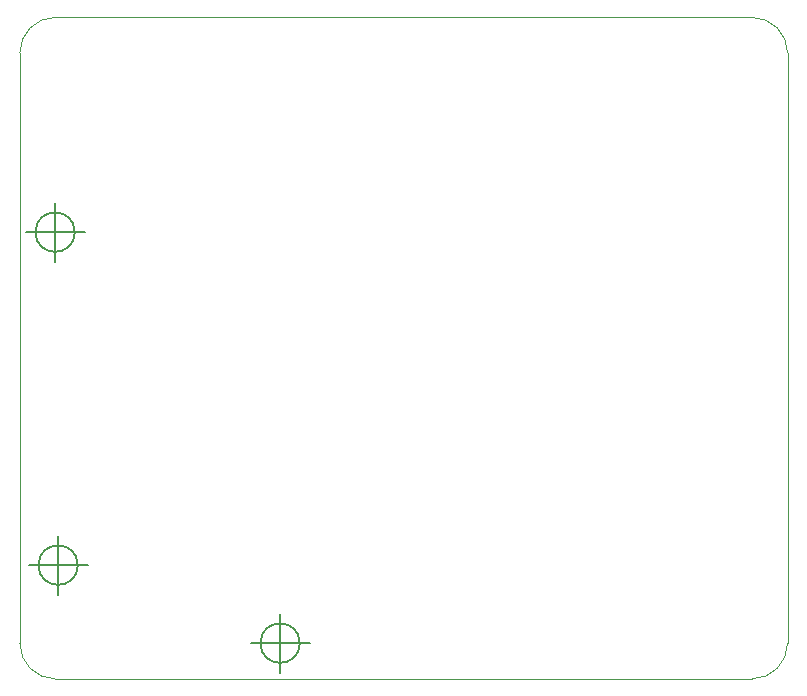
<source format=gbr>
%TF.GenerationSoftware,KiCad,Pcbnew,(5.1.0)-1*%
%TF.CreationDate,2021-12-23T09:16:39+02:00*%
%TF.ProjectId,RPI_HAT_sensors,5250495f-4841-4545-9f73-656e736f7273,rev?*%
%TF.SameCoordinates,Original*%
%TF.FileFunction,Paste,Top*%
%TF.FilePolarity,Positive*%
%FSLAX46Y46*%
G04 Gerber Fmt 4.6, Leading zero omitted, Abs format (unit mm)*
G04 Created by KiCad (PCBNEW (5.1.0)-1) date 2021-12-23 09:16:39*
%MOMM*%
%LPD*%
G04 APERTURE LIST*
%ADD10C,0.150000*%
%ADD11C,0.100000*%
G04 APERTURE END LIST*
D10*
X102250666Y-113792000D02*
G75*
G03X102250666Y-113792000I-1666666J0D01*
G01*
X98084000Y-113792000D02*
X103084000Y-113792000D01*
X100584000Y-111292000D02*
X100584000Y-116292000D01*
X83454666Y-107188000D02*
G75*
G03X83454666Y-107188000I-1666666J0D01*
G01*
X79288000Y-107188000D02*
X84288000Y-107188000D01*
X81788000Y-104688000D02*
X81788000Y-109688000D01*
X83200666Y-78994000D02*
G75*
G03X83200666Y-78994000I-1666666J0D01*
G01*
X79034000Y-78994000D02*
X84034000Y-78994000D01*
X81534000Y-76494000D02*
X81534000Y-81494000D01*
D11*
X78546356Y-63817611D02*
X78546356Y-113817611D01*
X78546356Y-63817611D02*
G75*
G02X81546356Y-60817611I3000000J0D01*
G01*
X140546356Y-60817611D02*
X81546356Y-60817611D01*
X140546356Y-60817611D02*
G75*
G02X143546356Y-63817611I0J-3000000D01*
G01*
X143546356Y-113817611D02*
X143546356Y-63817611D01*
X81546356Y-116817611D02*
G75*
G02X78546356Y-113817611I0J3000000D01*
G01*
X81546356Y-116817611D02*
X140546356Y-116817611D01*
X143546351Y-113822847D02*
G75*
G02X140546356Y-116817611I-2999995J5236D01*
G01*
M02*

</source>
